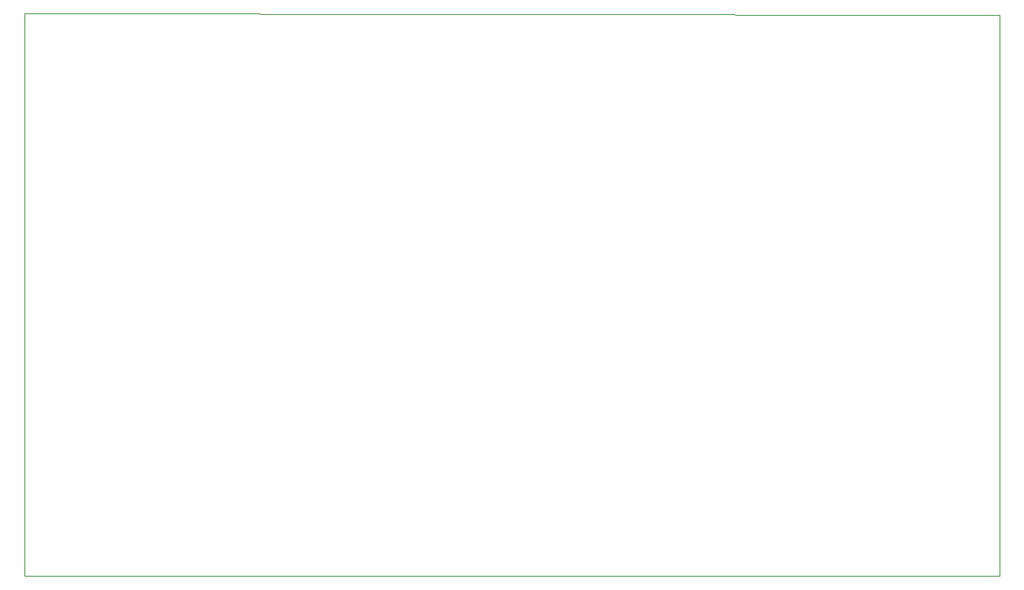
<source format=gbr>
G04 #@! TF.GenerationSoftware,KiCad,Pcbnew,5.1.5+dfsg1-2build2*
G04 #@! TF.CreationDate,2021-08-20T21:12:25+01:00*
G04 #@! TF.ProjectId,pico-rom-emulator-1,7069636f-2d72-46f6-9d2d-656d756c6174,rev?*
G04 #@! TF.SameCoordinates,Original*
G04 #@! TF.FileFunction,Profile,NP*
%FSLAX46Y46*%
G04 Gerber Fmt 4.6, Leading zero omitted, Abs format (unit mm)*
G04 Created by KiCad (PCBNEW 5.1.5+dfsg1-2build2) date 2021-08-20 21:12:25*
%MOMM*%
%LPD*%
G04 APERTURE LIST*
%ADD10C,0.050000*%
G04 APERTURE END LIST*
D10*
X260200000Y-126100000D02*
X259500000Y-126100000D01*
X260200000Y-65800000D02*
X260200000Y-126100000D01*
X257500000Y-65800000D02*
X260200000Y-65800000D01*
X155600000Y-65700000D02*
X257500000Y-65800000D01*
X155600000Y-126100000D02*
X155600000Y-65700000D01*
X259500000Y-126100000D02*
X155600000Y-126100000D01*
M02*

</source>
